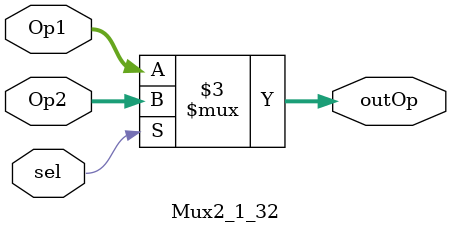
<source format=v>
module Mux2_1_32(
	input  sel,
	input [31:0] Op1,
	input [31:0] Op2,
	output reg [31:0]outOp
);

always @ (*)
	begin 
		if(sel)
			outOp=Op2;
		else
			outOp=Op1;
	end
endmodule

</source>
